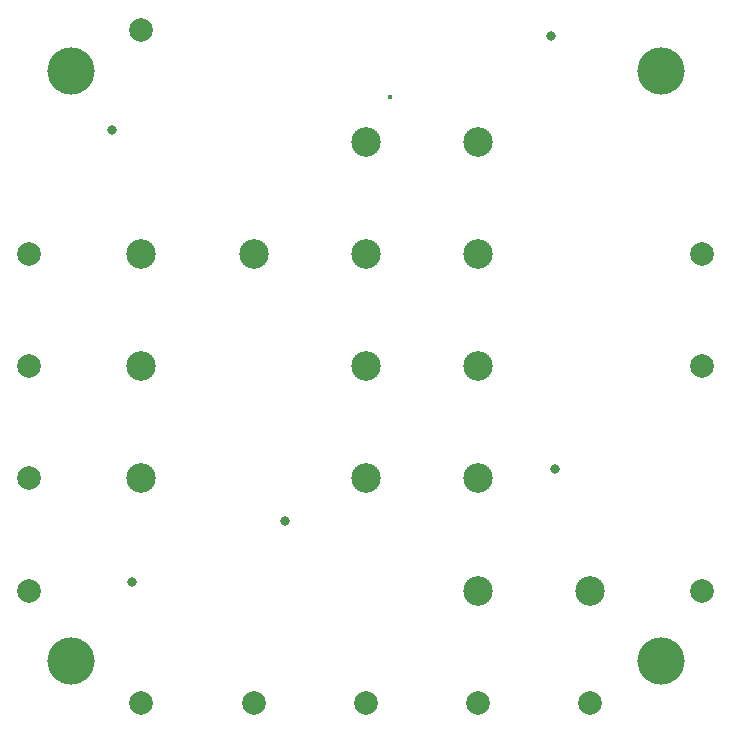
<source format=gbr>
G04 ===== Begin FILE IDENTIFICATION =====*
G04 File Format:  Gerber RS274X*
G04 ===== End FILE IDENTIFICATION =====*
%FSLAX66Y66*%
%MOIN*%
%SFA1.0000B1.0000*%
%OFA0.0B0.0*%
%ADD14C,0.031496*%
%ADD15C,0.015748*%
%ADD16C,0.078740*%
%ADD17C,0.098425*%
%ADD18C,0.157480*%
%LNhole*%
%IPPOS*%
%LPD*%
G75*
D14*
X1848961Y2331614D03*
D15*
X1311717Y2126890D03*
D14*
X382783Y2016728D03*
X449512Y509173D03*
X962268Y713898D03*
X1859744Y886583D03*
D16*
X2352362Y482283D03*
Y1230315D03*
Y1604331D03*
X482283Y2352362D03*
X108268Y856299D03*
D17*
X1604331Y1978346D03*
D18*
X246063Y2214567D03*
X2214567D03*
D16*
X108268Y482283D03*
X856299Y108268D03*
X108268Y1230315D03*
X1604331Y108268D03*
X108268Y1604331D03*
X1230315Y108268D03*
D17*
X1604331Y482283D03*
X1978346D03*
D18*
X246063Y246063D03*
D16*
X1978346Y108268D03*
D18*
X2214567Y246063D03*
D17*
X1230315Y856299D03*
X1604331D03*
X482283D03*
X1604331Y1604331D03*
Y1230315D03*
X1230315Y1604331D03*
Y1230315D03*
X482283Y1604331D03*
X856299D03*
X1230315Y1978346D03*
D16*
X482283Y108268D03*
D17*
Y1230315D03*
M02*


</source>
